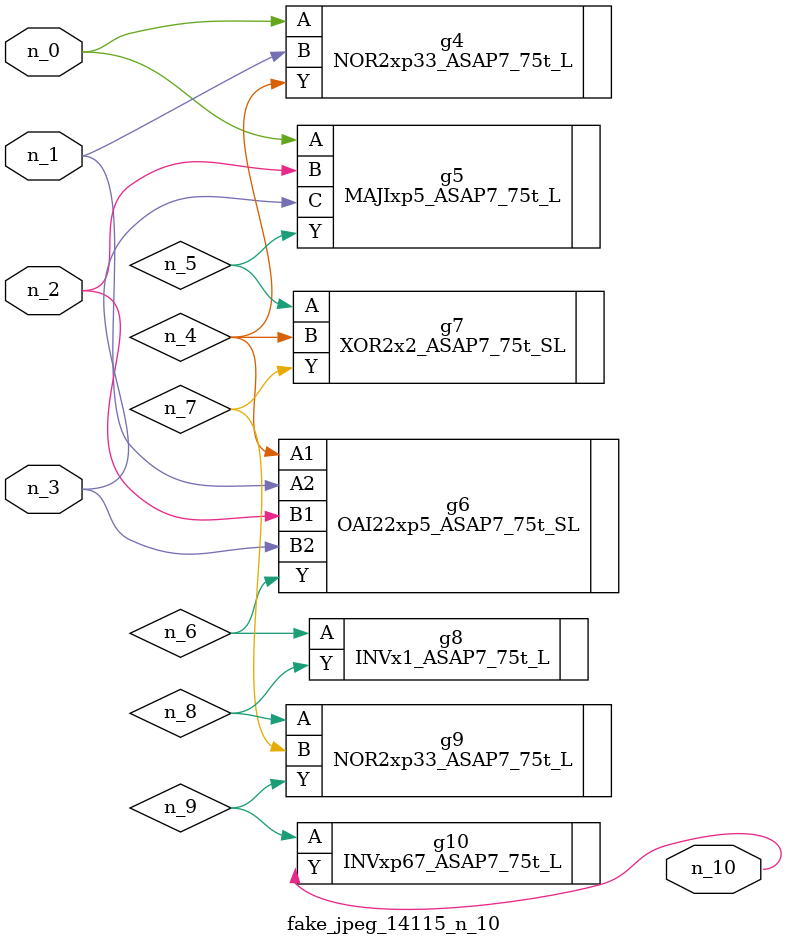
<source format=v>
module fake_jpeg_14115_n_10 (n_0, n_3, n_2, n_1, n_10);

input n_0;
input n_3;
input n_2;
input n_1;

output n_10;

wire n_4;
wire n_8;
wire n_9;
wire n_6;
wire n_5;
wire n_7;

NOR2xp33_ASAP7_75t_L g4 ( 
.A(n_0),
.B(n_1),
.Y(n_4)
);

MAJIxp5_ASAP7_75t_L g5 ( 
.A(n_0),
.B(n_2),
.C(n_3),
.Y(n_5)
);

OAI22xp5_ASAP7_75t_SL g6 ( 
.A1(n_4),
.A2(n_1),
.B1(n_2),
.B2(n_3),
.Y(n_6)
);

INVx1_ASAP7_75t_L g8 ( 
.A(n_6),
.Y(n_8)
);

XOR2x2_ASAP7_75t_SL g7 ( 
.A(n_5),
.B(n_4),
.Y(n_7)
);

NOR2xp33_ASAP7_75t_L g9 ( 
.A(n_8),
.B(n_7),
.Y(n_9)
);

INVxp67_ASAP7_75t_L g10 ( 
.A(n_9),
.Y(n_10)
);


endmodule
</source>
